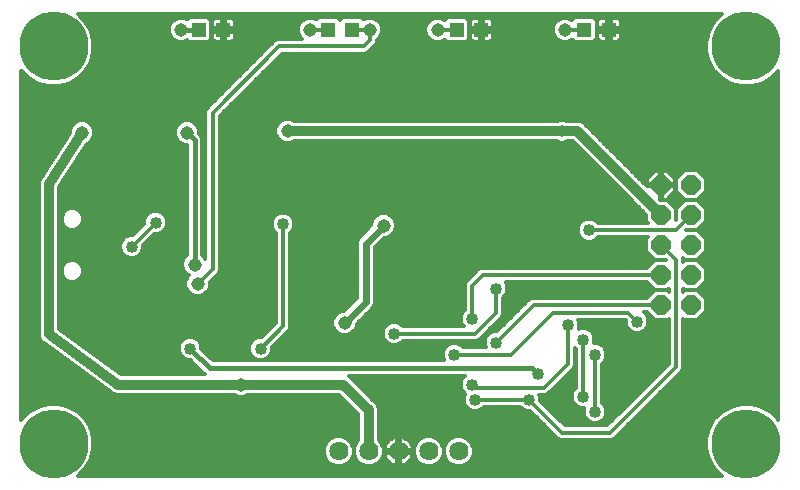
<source format=gbl>
G75*
G70*
%OFA0B0*%
%FSLAX24Y24*%
%IPPOS*%
%LPD*%
%AMOC8*
5,1,8,0,0,1.08239X$1,22.5*
%
%ADD10R,0.0472X0.0472*%
%ADD11C,0.0640*%
%ADD12OC8,0.0640*%
%ADD13C,0.2300*%
%ADD14C,0.0120*%
%ADD15C,0.0450*%
%ADD16C,0.0400*%
%ADD17C,0.0320*%
%ADD18C,0.0240*%
%ADD19C,0.0160*%
D10*
X007619Y020644D03*
X008445Y020644D03*
X011919Y020644D03*
X012745Y020644D03*
X016219Y020644D03*
X017045Y020644D03*
X020469Y020644D03*
X021295Y020644D03*
D11*
X016282Y006594D03*
X015282Y006594D03*
X014282Y006594D03*
X013282Y006594D03*
X012282Y006594D03*
D12*
X023032Y011468D03*
X024032Y011468D03*
X024032Y012468D03*
X023032Y012468D03*
X023032Y013468D03*
X024032Y013468D03*
X024032Y014468D03*
X023032Y014468D03*
X023032Y015468D03*
X024032Y015468D03*
D13*
X025873Y020092D03*
X025873Y006844D03*
X002782Y006844D03*
X002782Y020092D03*
D14*
X003589Y005774D02*
X025066Y005774D01*
X025056Y005779D01*
X024808Y006027D01*
X024633Y006330D01*
X024543Y006669D01*
X024543Y007019D01*
X024633Y007357D01*
X024808Y007660D01*
X025056Y007908D01*
X025359Y008083D01*
X025697Y008174D01*
X026048Y008174D01*
X026386Y008083D01*
X026689Y007908D01*
X026937Y007660D01*
X026943Y007650D01*
X026943Y019285D01*
X026937Y019275D01*
X026689Y019027D01*
X026386Y018852D01*
X026048Y018762D01*
X025697Y018762D01*
X025359Y018852D01*
X025056Y019027D01*
X024808Y019275D01*
X024633Y019578D01*
X024543Y019917D01*
X024543Y020267D01*
X024633Y020605D01*
X024808Y020908D01*
X025056Y021156D01*
X025066Y021162D01*
X003589Y021162D01*
X003599Y021156D01*
X003846Y020908D01*
X004021Y020605D01*
X004112Y020267D01*
X004112Y019917D01*
X004021Y019578D01*
X003846Y019275D01*
X003599Y019027D01*
X003295Y018852D01*
X002957Y018762D01*
X002607Y018762D01*
X002269Y018852D01*
X001965Y019027D01*
X001718Y019275D01*
X001712Y019285D01*
X001712Y007650D01*
X001718Y007660D01*
X001965Y007908D01*
X002269Y008083D01*
X001712Y008083D01*
X001712Y007965D02*
X002063Y007965D01*
X001903Y007846D02*
X001712Y007846D01*
X001712Y007727D02*
X001785Y007727D01*
X001712Y008202D02*
X012567Y008202D01*
X012449Y008320D02*
X001712Y008320D01*
X001712Y008439D02*
X008889Y008439D01*
X008951Y008413D02*
X009113Y008413D01*
X009261Y008474D01*
X009265Y008478D01*
X012291Y008478D01*
X012942Y007827D01*
X012942Y006961D01*
X012858Y006877D01*
X012782Y006693D01*
X012782Y006494D01*
X012858Y006310D01*
X012999Y006170D01*
X013182Y006094D01*
X013381Y006094D01*
X013565Y006170D01*
X013706Y006310D01*
X013782Y006494D01*
X013782Y006693D01*
X013706Y006877D01*
X013622Y006961D01*
X013622Y007900D01*
X013622Y008035D01*
X013570Y008160D01*
X012625Y009106D01*
X012620Y009108D01*
X016485Y009108D01*
X016410Y009033D01*
X016352Y008893D01*
X016352Y008742D01*
X016410Y008602D01*
X016501Y008511D01*
X016452Y008393D01*
X016452Y008242D01*
X016510Y008102D01*
X016617Y007996D01*
X016756Y007938D01*
X016908Y007938D01*
X017047Y007996D01*
X017129Y008078D01*
X018335Y008078D01*
X018417Y007996D01*
X018556Y007938D01*
X018673Y007938D01*
X019596Y007014D01*
X019684Y006978D01*
X019780Y006978D01*
X021284Y006978D01*
X021380Y006978D01*
X021468Y007014D01*
X023735Y009282D01*
X023772Y009370D01*
X023772Y009465D01*
X023772Y011021D01*
X023825Y010968D01*
X024239Y010968D01*
X024532Y011261D01*
X024532Y011675D01*
X024239Y011968D01*
X024532Y012261D01*
X024532Y012675D01*
X024239Y012968D01*
X024532Y013261D01*
X024532Y013675D01*
X024239Y013968D01*
X024532Y014261D01*
X024532Y014675D01*
X024239Y014968D01*
X024532Y015261D01*
X024532Y015675D01*
X024239Y015968D01*
X023825Y015968D01*
X023532Y015675D01*
X023532Y015261D01*
X023825Y014968D01*
X023532Y014675D01*
X023239Y014968D01*
X023013Y014968D01*
X022992Y014989D01*
X022992Y015427D01*
X023072Y015427D01*
X023072Y014988D01*
X023231Y014988D01*
X023512Y015269D01*
X023512Y015428D01*
X023072Y015428D01*
X023072Y015508D01*
X022992Y015508D01*
X022992Y015948D01*
X022833Y015948D01*
X022552Y015666D01*
X022552Y015508D01*
X022992Y015508D01*
X022992Y015428D01*
X022553Y015428D01*
X020520Y017460D01*
X020425Y017556D01*
X020300Y017608D01*
X019904Y017608D01*
X019808Y017648D01*
X019656Y017648D01*
X019560Y017608D01*
X010815Y017608D01*
X010811Y017611D01*
X010663Y017673D01*
X010501Y017673D01*
X010353Y017611D01*
X010239Y017497D01*
X010177Y017348D01*
X010177Y017187D01*
X010239Y017038D01*
X010353Y016924D01*
X010501Y016863D01*
X010663Y016863D01*
X010811Y016924D01*
X010815Y016928D01*
X019560Y016928D01*
X019656Y016888D01*
X019808Y016888D01*
X019904Y016928D01*
X020091Y016928D01*
X022532Y014487D01*
X022532Y014261D01*
X022585Y014208D01*
X020929Y014208D01*
X020847Y014290D01*
X020708Y014348D01*
X020556Y014348D01*
X020417Y014290D01*
X020310Y014183D01*
X020252Y014043D01*
X020252Y013892D01*
X020310Y013752D01*
X020417Y013646D01*
X020556Y013588D01*
X020708Y013588D01*
X020847Y013646D01*
X020929Y013728D01*
X022585Y013728D01*
X022532Y013675D01*
X022532Y013261D01*
X022825Y012968D01*
X022565Y012708D01*
X017130Y012708D01*
X017034Y012708D01*
X016946Y012671D01*
X016596Y012321D01*
X016529Y012254D01*
X016492Y012165D01*
X016492Y011315D01*
X016410Y011233D01*
X016352Y011093D01*
X016352Y010942D01*
X016410Y010802D01*
X016455Y010758D01*
X014429Y010758D01*
X014347Y010840D01*
X014208Y010898D01*
X014056Y010898D01*
X013917Y010840D01*
X013810Y010733D01*
X013752Y010593D01*
X013752Y010442D01*
X013810Y010302D01*
X013917Y010196D01*
X014056Y010138D01*
X014208Y010138D01*
X014347Y010196D01*
X014429Y010278D01*
X016784Y010278D01*
X016880Y010278D01*
X016968Y010314D01*
X017735Y011082D01*
X017772Y011170D01*
X017772Y011265D01*
X017772Y011720D01*
X017854Y011802D01*
X017912Y011942D01*
X017912Y012093D01*
X017856Y012228D01*
X022565Y012228D01*
X022825Y011968D01*
X022565Y011708D01*
X018830Y011708D01*
X018734Y011708D01*
X018646Y011671D01*
X017573Y010598D01*
X017456Y010598D01*
X017317Y010540D01*
X017210Y010433D01*
X017152Y010293D01*
X017152Y010142D01*
X017187Y010058D01*
X016429Y010058D01*
X016347Y010140D01*
X016208Y010198D01*
X016056Y010198D01*
X015917Y010140D01*
X015810Y010033D01*
X015752Y009893D01*
X015752Y009742D01*
X015799Y009628D01*
X008090Y009628D01*
X007712Y010005D01*
X007712Y010093D01*
X007654Y010233D01*
X007547Y010340D01*
X007408Y010398D01*
X007256Y010398D01*
X007117Y010340D01*
X007010Y010233D01*
X006952Y010093D01*
X006952Y009942D01*
X007010Y009802D01*
X007117Y009696D01*
X007256Y009638D01*
X007344Y009638D01*
X007762Y009220D01*
X007824Y009158D01*
X005043Y009158D01*
X002972Y010667D01*
X002972Y015394D01*
X003900Y016849D01*
X003961Y016874D01*
X004075Y016988D01*
X004137Y017137D01*
X004137Y017298D01*
X004075Y017447D01*
X003961Y017561D01*
X003813Y017623D01*
X003651Y017623D01*
X003503Y017561D01*
X003389Y017447D01*
X003327Y017298D01*
X003327Y017215D01*
X002365Y015708D01*
X002344Y015686D01*
X002329Y015651D01*
X002309Y015620D01*
X002304Y015590D01*
X002292Y015561D01*
X002292Y015524D01*
X002285Y015486D01*
X002292Y015457D01*
X002292Y010534D01*
X002286Y010508D01*
X002292Y010467D01*
X002292Y010426D01*
X002302Y010401D01*
X002307Y010374D01*
X002328Y010339D01*
X002344Y010301D01*
X002363Y010282D01*
X002377Y010259D01*
X002410Y010235D01*
X002439Y010205D01*
X002464Y010195D01*
X004710Y008559D01*
X004739Y008529D01*
X004764Y008519D01*
X004786Y008503D01*
X004826Y008493D01*
X004864Y008478D01*
X004891Y008478D01*
X004918Y008471D01*
X004958Y008478D01*
X008799Y008478D01*
X008803Y008474D01*
X008951Y008413D01*
X009175Y008439D02*
X012330Y008439D01*
X012686Y008083D02*
X003295Y008083D01*
X002957Y008174D01*
X002607Y008174D01*
X002269Y008083D01*
X001712Y008557D02*
X004712Y008557D01*
X004549Y008676D02*
X001712Y008676D01*
X001712Y008794D02*
X004387Y008794D01*
X004224Y008913D02*
X001712Y008913D01*
X001712Y009031D02*
X004061Y009031D01*
X003899Y009150D02*
X001712Y009150D01*
X001712Y009269D02*
X003736Y009269D01*
X003573Y009387D02*
X001712Y009387D01*
X001712Y009506D02*
X003411Y009506D01*
X003248Y009624D02*
X001712Y009624D01*
X001712Y009743D02*
X003085Y009743D01*
X002923Y009861D02*
X001712Y009861D01*
X001712Y009980D02*
X002760Y009980D01*
X002597Y010098D02*
X001712Y010098D01*
X001712Y010217D02*
X002428Y010217D01*
X002330Y010335D02*
X001712Y010335D01*
X001712Y010454D02*
X002292Y010454D01*
X002292Y010573D02*
X001712Y010573D01*
X001712Y010691D02*
X002292Y010691D01*
X002292Y010810D02*
X001712Y010810D01*
X001712Y010928D02*
X002292Y010928D01*
X002292Y011047D02*
X001712Y011047D01*
X001712Y011165D02*
X002292Y011165D01*
X002292Y011284D02*
X001712Y011284D01*
X001712Y011402D02*
X002292Y011402D01*
X002292Y011521D02*
X001712Y011521D01*
X001712Y011639D02*
X002292Y011639D01*
X002292Y011758D02*
X001712Y011758D01*
X001712Y011876D02*
X002292Y011876D01*
X002292Y011995D02*
X001712Y011995D01*
X001712Y012114D02*
X002292Y012114D01*
X002292Y012232D02*
X001712Y012232D01*
X001712Y012351D02*
X002292Y012351D01*
X002292Y012469D02*
X001712Y012469D01*
X001712Y012588D02*
X002292Y012588D01*
X002292Y012706D02*
X001712Y012706D01*
X001712Y012825D02*
X002292Y012825D01*
X002292Y012943D02*
X001712Y012943D01*
X001712Y013062D02*
X002292Y013062D01*
X002292Y013180D02*
X001712Y013180D01*
X001712Y013299D02*
X002292Y013299D01*
X002292Y013418D02*
X001712Y013418D01*
X001712Y013536D02*
X002292Y013536D01*
X002292Y013655D02*
X001712Y013655D01*
X001712Y013773D02*
X002292Y013773D01*
X002292Y013892D02*
X001712Y013892D01*
X001712Y014010D02*
X002292Y014010D01*
X002292Y014129D02*
X001712Y014129D01*
X001712Y014247D02*
X002292Y014247D01*
X002292Y014366D02*
X001712Y014366D01*
X001712Y014484D02*
X002292Y014484D01*
X002292Y014603D02*
X001712Y014603D01*
X001712Y014722D02*
X002292Y014722D01*
X002292Y014840D02*
X001712Y014840D01*
X001712Y014959D02*
X002292Y014959D01*
X002292Y015077D02*
X001712Y015077D01*
X001712Y015196D02*
X002292Y015196D01*
X002292Y015314D02*
X001712Y015314D01*
X001712Y015433D02*
X002292Y015433D01*
X002292Y015551D02*
X001712Y015551D01*
X001712Y015670D02*
X002337Y015670D01*
X002417Y015788D02*
X001712Y015788D01*
X001712Y015907D02*
X002492Y015907D01*
X002568Y016026D02*
X001712Y016026D01*
X001712Y016144D02*
X002644Y016144D01*
X002719Y016263D02*
X001712Y016263D01*
X001712Y016381D02*
X002795Y016381D01*
X002871Y016500D02*
X001712Y016500D01*
X001712Y016618D02*
X002946Y016618D01*
X003022Y016737D02*
X001712Y016737D01*
X001712Y016855D02*
X003097Y016855D01*
X003173Y016974D02*
X001712Y016974D01*
X001712Y017092D02*
X003249Y017092D01*
X003324Y017211D02*
X001712Y017211D01*
X001712Y017329D02*
X003340Y017329D01*
X003390Y017448D02*
X001712Y017448D01*
X001712Y017567D02*
X003516Y017567D01*
X003948Y017567D02*
X007016Y017567D01*
X007003Y017561D02*
X006889Y017447D01*
X006827Y017298D01*
X006827Y017137D01*
X006889Y016988D01*
X007003Y016874D01*
X007151Y016813D01*
X007222Y016813D01*
X007222Y013130D01*
X007139Y013047D01*
X007077Y012898D01*
X007077Y012737D01*
X007139Y012588D01*
X003764Y012588D01*
X003764Y012531D02*
X003710Y012399D01*
X003609Y012299D01*
X003478Y012244D01*
X003336Y012244D01*
X003205Y012299D01*
X003104Y012399D01*
X003050Y012531D01*
X003050Y012673D01*
X003104Y012804D01*
X003205Y012904D01*
X003336Y012959D01*
X003478Y012959D01*
X003609Y012904D01*
X003710Y012804D01*
X003764Y012673D01*
X003764Y012531D01*
X003739Y012469D02*
X007265Y012469D01*
X007253Y012474D02*
X007297Y012456D01*
X007239Y012397D01*
X007177Y012248D01*
X007177Y012087D01*
X007239Y011938D01*
X007353Y011824D01*
X007501Y011763D01*
X007663Y011763D01*
X007811Y011824D01*
X007925Y011938D01*
X007987Y012087D01*
X007987Y012233D01*
X008218Y012464D01*
X008285Y012532D01*
X008322Y012620D01*
X008322Y017768D01*
X010407Y019854D01*
X013180Y019854D01*
X013268Y019890D01*
X013335Y019958D01*
X013535Y020158D01*
X013572Y020246D01*
X013572Y020311D01*
X013675Y020414D01*
X013737Y020563D01*
X013737Y020724D01*
X013675Y020873D01*
X013561Y020987D01*
X013413Y021049D01*
X013251Y021049D01*
X013121Y020995D01*
X013056Y021060D01*
X012435Y021060D01*
X012332Y020957D01*
X012229Y021060D01*
X011608Y021060D01*
X011543Y020995D01*
X011413Y021049D01*
X011251Y021049D01*
X011103Y020987D01*
X010989Y020873D01*
X010927Y020724D01*
X010927Y020563D01*
X010989Y020414D01*
X011069Y020334D01*
X010356Y020334D01*
X010260Y020334D01*
X010172Y020297D01*
X007879Y018004D01*
X007842Y017915D01*
X007842Y017820D01*
X007842Y013007D01*
X007825Y013047D01*
X007742Y013130D01*
X007742Y016916D01*
X007742Y017019D01*
X007702Y017115D01*
X007637Y017180D01*
X007637Y017298D01*
X007575Y017447D01*
X007461Y017561D01*
X007313Y017623D01*
X007151Y017623D01*
X007003Y017561D01*
X006890Y017448D02*
X004074Y017448D01*
X004124Y017329D02*
X006840Y017329D01*
X006827Y017211D02*
X004137Y017211D01*
X004118Y017092D02*
X006845Y017092D01*
X006903Y016974D02*
X004061Y016974D01*
X003915Y016855D02*
X007049Y016855D01*
X007222Y016737D02*
X003828Y016737D01*
X003753Y016618D02*
X007222Y016618D01*
X007222Y016500D02*
X003677Y016500D01*
X003601Y016381D02*
X007222Y016381D01*
X007222Y016263D02*
X003526Y016263D01*
X003450Y016144D02*
X007222Y016144D01*
X007222Y016026D02*
X003375Y016026D01*
X003299Y015907D02*
X007222Y015907D01*
X007222Y015788D02*
X003223Y015788D01*
X003148Y015670D02*
X007222Y015670D01*
X007222Y015551D02*
X003072Y015551D01*
X002996Y015433D02*
X007222Y015433D01*
X007222Y015314D02*
X002972Y015314D01*
X002972Y015196D02*
X007222Y015196D01*
X007222Y015077D02*
X002972Y015077D01*
X002972Y014959D02*
X007222Y014959D01*
X007222Y014840D02*
X002972Y014840D01*
X002972Y014722D02*
X007222Y014722D01*
X007222Y014603D02*
X003643Y014603D01*
X003609Y014637D02*
X003478Y014691D01*
X003336Y014691D01*
X003205Y014637D01*
X003104Y014536D01*
X003050Y014405D01*
X003050Y014263D01*
X003104Y014132D01*
X003205Y014031D01*
X003336Y013977D01*
X003478Y013977D01*
X003609Y014031D01*
X003710Y014132D01*
X003764Y014263D01*
X003764Y014405D01*
X003710Y014536D01*
X003609Y014637D01*
X003731Y014484D02*
X005911Y014484D01*
X005860Y014433D02*
X005802Y014293D01*
X005802Y014177D01*
X005423Y013798D01*
X005306Y013798D01*
X005167Y013740D01*
X005060Y013633D01*
X005002Y013493D01*
X005002Y013342D01*
X005060Y013202D01*
X005167Y013096D01*
X005306Y013038D01*
X005458Y013038D01*
X005597Y013096D01*
X005704Y013202D01*
X005762Y013342D01*
X005762Y013458D01*
X006141Y013838D01*
X006258Y013838D01*
X006397Y013896D01*
X006504Y014002D01*
X006562Y014142D01*
X006562Y014293D01*
X006504Y014433D01*
X006397Y014540D01*
X006258Y014598D01*
X006106Y014598D01*
X005967Y014540D01*
X005860Y014433D01*
X005832Y014366D02*
X003764Y014366D01*
X003758Y014247D02*
X005802Y014247D01*
X005754Y014129D02*
X003707Y014129D01*
X003559Y014010D02*
X005635Y014010D01*
X005517Y013892D02*
X002972Y013892D01*
X002972Y014010D02*
X003255Y014010D01*
X003107Y014129D02*
X002972Y014129D01*
X002972Y014247D02*
X003056Y014247D01*
X003050Y014366D02*
X002972Y014366D01*
X002972Y014484D02*
X003083Y014484D01*
X003171Y014603D02*
X002972Y014603D01*
X002972Y013773D02*
X005247Y013773D01*
X005081Y013655D02*
X002972Y013655D01*
X002972Y013536D02*
X005020Y013536D01*
X005002Y013418D02*
X002972Y013418D01*
X002972Y013299D02*
X005020Y013299D01*
X005082Y013180D02*
X002972Y013180D01*
X002972Y013062D02*
X005248Y013062D01*
X005516Y013062D02*
X007153Y013062D01*
X007096Y012943D02*
X003515Y012943D01*
X003689Y012825D02*
X007077Y012825D01*
X007090Y012706D02*
X003750Y012706D01*
X003299Y012943D02*
X002972Y012943D01*
X002972Y012825D02*
X003125Y012825D01*
X003064Y012706D02*
X002972Y012706D01*
X002972Y012588D02*
X003050Y012588D01*
X003075Y012469D02*
X002972Y012469D01*
X002972Y012351D02*
X003153Y012351D01*
X002972Y012232D02*
X007177Y012232D01*
X007177Y012114D02*
X002972Y012114D01*
X002972Y011995D02*
X007215Y011995D01*
X007300Y011876D02*
X002972Y011876D01*
X002972Y011758D02*
X010192Y011758D01*
X010192Y011876D02*
X007864Y011876D01*
X007949Y011995D02*
X010192Y011995D01*
X010192Y012114D02*
X007987Y012114D01*
X007987Y012232D02*
X010192Y012232D01*
X010192Y012351D02*
X008104Y012351D01*
X008223Y012469D02*
X010192Y012469D01*
X010192Y012588D02*
X008309Y012588D01*
X008322Y012706D02*
X010192Y012706D01*
X010192Y012825D02*
X008322Y012825D01*
X008322Y012943D02*
X010192Y012943D01*
X010192Y013062D02*
X008322Y013062D01*
X008322Y013180D02*
X010192Y013180D01*
X010192Y013299D02*
X008322Y013299D01*
X008322Y013418D02*
X010192Y013418D01*
X010192Y013536D02*
X008322Y013536D01*
X008322Y013655D02*
X010192Y013655D01*
X010192Y013773D02*
X008322Y013773D01*
X008322Y013892D02*
X010171Y013892D01*
X010192Y013870D02*
X010110Y013952D01*
X010052Y014092D01*
X010052Y014243D01*
X010110Y014383D01*
X010217Y014490D01*
X010356Y014548D01*
X010508Y014548D01*
X010647Y014490D01*
X010754Y014383D01*
X010812Y014243D01*
X010812Y014092D01*
X010754Y013952D01*
X010672Y013870D01*
X010672Y010815D01*
X010672Y010720D01*
X010635Y010632D01*
X010062Y010058D01*
X010062Y009942D01*
X010004Y009802D01*
X009897Y009696D01*
X009758Y009638D01*
X009606Y009638D01*
X009467Y009696D01*
X009360Y009802D01*
X009302Y009942D01*
X009302Y010093D01*
X009360Y010233D01*
X009467Y010340D01*
X009606Y010398D01*
X009723Y010398D01*
X010192Y010867D01*
X010192Y013870D01*
X010086Y014010D02*
X008322Y014010D01*
X008322Y014129D02*
X010052Y014129D01*
X010054Y014247D02*
X008322Y014247D01*
X008322Y014366D02*
X010103Y014366D01*
X010211Y014484D02*
X008322Y014484D01*
X008322Y014603D02*
X022416Y014603D01*
X022532Y014484D02*
X013955Y014484D01*
X014011Y014461D02*
X013863Y014523D01*
X013701Y014523D01*
X013553Y014461D01*
X013439Y014347D01*
X013377Y014198D01*
X013377Y014137D01*
X012928Y013688D01*
X012882Y013577D01*
X012882Y013458D01*
X012882Y011692D01*
X012463Y011273D01*
X012401Y011273D01*
X012253Y011211D01*
X012139Y011097D01*
X012077Y010948D01*
X012077Y010787D01*
X012139Y010638D01*
X012253Y010524D01*
X012401Y010463D01*
X012563Y010463D01*
X012711Y010524D01*
X012825Y010638D01*
X012887Y010787D01*
X012887Y010848D01*
X013352Y011313D01*
X013436Y011398D01*
X013482Y011508D01*
X013482Y013393D01*
X013801Y013713D01*
X013863Y013713D01*
X014011Y013774D01*
X014125Y013888D01*
X014187Y014037D01*
X014187Y014198D01*
X014125Y014347D01*
X014011Y014461D01*
X014106Y014366D02*
X022532Y014366D01*
X022545Y014247D02*
X020890Y014247D01*
X020632Y013968D02*
X023532Y013968D01*
X024032Y014468D01*
X023532Y014484D02*
X023532Y014484D01*
X023532Y014366D02*
X023532Y014366D01*
X023532Y014307D02*
X023532Y014307D01*
X023532Y014675D01*
X023532Y014307D01*
X023871Y013968D02*
X023871Y013968D01*
X024239Y013968D01*
X023871Y013968D01*
X024282Y014010D02*
X026943Y014010D01*
X026943Y013892D02*
X024315Y013892D01*
X024434Y013773D02*
X026943Y013773D01*
X026943Y013655D02*
X024532Y013655D01*
X024532Y013536D02*
X026943Y013536D01*
X026943Y013418D02*
X024532Y013418D01*
X024532Y013299D02*
X026943Y013299D01*
X026943Y013180D02*
X024452Y013180D01*
X024333Y013062D02*
X026943Y013062D01*
X026943Y012943D02*
X024263Y012943D01*
X024239Y012968D02*
X023825Y012968D01*
X024239Y012968D01*
X024382Y012825D02*
X026943Y012825D01*
X026943Y012706D02*
X024500Y012706D01*
X024532Y012588D02*
X026943Y012588D01*
X026943Y012469D02*
X024532Y012469D01*
X024532Y012351D02*
X026943Y012351D01*
X026943Y012232D02*
X024503Y012232D01*
X024385Y012114D02*
X026943Y012114D01*
X026943Y011995D02*
X024266Y011995D01*
X024239Y011968D02*
X023825Y011968D01*
X023772Y012021D01*
X023772Y011915D01*
X023825Y011968D01*
X024239Y011968D01*
X024330Y011876D02*
X026943Y011876D01*
X026943Y011758D02*
X024449Y011758D01*
X024532Y011639D02*
X026943Y011639D01*
X026943Y011521D02*
X024532Y011521D01*
X024532Y011402D02*
X026943Y011402D01*
X026943Y011284D02*
X024532Y011284D01*
X024437Y011165D02*
X026943Y011165D01*
X026943Y011047D02*
X024318Y011047D01*
X023772Y010928D02*
X026943Y010928D01*
X026943Y010810D02*
X023772Y010810D01*
X023772Y010691D02*
X026943Y010691D01*
X026943Y010573D02*
X023772Y010573D01*
X023772Y010454D02*
X026943Y010454D01*
X026943Y010335D02*
X023772Y010335D01*
X023772Y010217D02*
X026943Y010217D01*
X026943Y010098D02*
X023772Y010098D01*
X023772Y009980D02*
X026943Y009980D01*
X026943Y009861D02*
X023772Y009861D01*
X023772Y009743D02*
X026943Y009743D01*
X026943Y009624D02*
X023772Y009624D01*
X023772Y009506D02*
X026943Y009506D01*
X026943Y009387D02*
X023772Y009387D01*
X023722Y009269D02*
X026943Y009269D01*
X026943Y009150D02*
X023604Y009150D01*
X023485Y009031D02*
X026943Y009031D01*
X026943Y008913D02*
X023367Y008913D01*
X023248Y008794D02*
X026943Y008794D01*
X026943Y008676D02*
X023129Y008676D01*
X023011Y008557D02*
X026943Y008557D01*
X026943Y008439D02*
X022892Y008439D01*
X022774Y008320D02*
X026943Y008320D01*
X026943Y008202D02*
X022655Y008202D01*
X022537Y008083D02*
X025359Y008083D01*
X025154Y007965D02*
X022418Y007965D01*
X022300Y007846D02*
X024994Y007846D01*
X024875Y007727D02*
X022181Y007727D01*
X022063Y007609D02*
X024779Y007609D01*
X024710Y007490D02*
X021944Y007490D01*
X021826Y007372D02*
X024642Y007372D01*
X024605Y007253D02*
X021707Y007253D01*
X021588Y007135D02*
X024574Y007135D01*
X024543Y007016D02*
X021470Y007016D01*
X021332Y007218D02*
X023532Y009418D01*
X023532Y012968D01*
X023032Y013468D01*
X022532Y013418D02*
X013506Y013418D01*
X013482Y013299D02*
X022532Y013299D01*
X022612Y013180D02*
X013482Y013180D01*
X013482Y013062D02*
X022731Y013062D01*
X022825Y012968D02*
X023193Y012968D01*
X023193Y012968D01*
X022825Y012968D01*
X022801Y012943D02*
X013482Y012943D01*
X013482Y012825D02*
X022682Y012825D01*
X023032Y012468D02*
X017082Y012468D01*
X016732Y012118D01*
X016732Y011018D01*
X016382Y011165D02*
X013204Y011165D01*
X013322Y011284D02*
X016461Y011284D01*
X016492Y011402D02*
X013438Y011402D01*
X013482Y011521D02*
X016492Y011521D01*
X016492Y011639D02*
X013482Y011639D01*
X013482Y011758D02*
X016492Y011758D01*
X016492Y011876D02*
X013482Y011876D01*
X013482Y011995D02*
X016492Y011995D01*
X016492Y012114D02*
X013482Y012114D01*
X013482Y012232D02*
X016520Y012232D01*
X016596Y012321D02*
X016596Y012321D01*
X016626Y012351D02*
X013482Y012351D01*
X013482Y012469D02*
X016744Y012469D01*
X016863Y012588D02*
X013482Y012588D01*
X013482Y012706D02*
X017031Y012706D01*
X017532Y012018D02*
X017532Y011218D01*
X016832Y010518D01*
X014132Y010518D01*
X013792Y010691D02*
X012847Y010691D01*
X012887Y010810D02*
X013886Y010810D01*
X013752Y010573D02*
X012760Y010573D01*
X012967Y010928D02*
X016358Y010928D01*
X016352Y011047D02*
X013085Y011047D01*
X012711Y011521D02*
X010672Y011521D01*
X010672Y011639D02*
X012829Y011639D01*
X012882Y011758D02*
X010672Y011758D01*
X010672Y011876D02*
X012882Y011876D01*
X012882Y011995D02*
X010672Y011995D01*
X010672Y012114D02*
X012882Y012114D01*
X012882Y012232D02*
X010672Y012232D01*
X010672Y012351D02*
X012882Y012351D01*
X012882Y012469D02*
X010672Y012469D01*
X010672Y012588D02*
X012882Y012588D01*
X012882Y012706D02*
X010672Y012706D01*
X010672Y012825D02*
X012882Y012825D01*
X012882Y012943D02*
X010672Y012943D01*
X010672Y013062D02*
X012882Y013062D01*
X012882Y013180D02*
X010672Y013180D01*
X010672Y013299D02*
X012882Y013299D01*
X012882Y013418D02*
X010672Y013418D01*
X010672Y013536D02*
X012882Y013536D01*
X012914Y013655D02*
X010672Y013655D01*
X010672Y013773D02*
X013013Y013773D01*
X013132Y013892D02*
X010693Y013892D01*
X010778Y014010D02*
X013250Y014010D01*
X013369Y014129D02*
X010812Y014129D01*
X010810Y014247D02*
X013397Y014247D01*
X013457Y014366D02*
X010761Y014366D01*
X010653Y014484D02*
X013609Y014484D01*
X014167Y014247D02*
X020374Y014247D01*
X020287Y014129D02*
X014187Y014129D01*
X014176Y014010D02*
X020252Y014010D01*
X020252Y013892D02*
X014127Y013892D01*
X014009Y013773D02*
X020301Y013773D01*
X020408Y013655D02*
X013743Y013655D01*
X013625Y013536D02*
X022532Y013536D01*
X022532Y013655D02*
X020856Y013655D01*
X022297Y014722D02*
X008322Y014722D01*
X008322Y014840D02*
X022179Y014840D01*
X022060Y014959D02*
X008322Y014959D01*
X008322Y015077D02*
X021942Y015077D01*
X021823Y015196D02*
X008322Y015196D01*
X008322Y015314D02*
X021705Y015314D01*
X021586Y015433D02*
X008322Y015433D01*
X008322Y015551D02*
X021468Y015551D01*
X021349Y015670D02*
X008322Y015670D01*
X008322Y015788D02*
X021230Y015788D01*
X021112Y015907D02*
X008322Y015907D01*
X008322Y016026D02*
X020993Y016026D01*
X020875Y016144D02*
X008322Y016144D01*
X008322Y016263D02*
X020756Y016263D01*
X020638Y016381D02*
X008322Y016381D01*
X008322Y016500D02*
X020519Y016500D01*
X020401Y016618D02*
X008322Y016618D01*
X008322Y016737D02*
X020282Y016737D01*
X020164Y016855D02*
X008322Y016855D01*
X008322Y016974D02*
X010303Y016974D01*
X010216Y017092D02*
X008322Y017092D01*
X008322Y017211D02*
X010177Y017211D01*
X010177Y017329D02*
X008322Y017329D01*
X008322Y017448D02*
X010218Y017448D01*
X010308Y017567D02*
X008322Y017567D01*
X008322Y017685D02*
X026943Y017685D01*
X026943Y017567D02*
X020399Y017567D01*
X020532Y017448D02*
X026943Y017448D01*
X026943Y017329D02*
X020651Y017329D01*
X020769Y017211D02*
X026943Y017211D01*
X026943Y017092D02*
X020888Y017092D01*
X021007Y016974D02*
X026943Y016974D01*
X026943Y016855D02*
X021125Y016855D01*
X021244Y016737D02*
X026943Y016737D01*
X026943Y016618D02*
X021362Y016618D01*
X021481Y016500D02*
X026943Y016500D01*
X026943Y016381D02*
X021599Y016381D01*
X021718Y016263D02*
X026943Y016263D01*
X026943Y016144D02*
X021836Y016144D01*
X021955Y016026D02*
X026943Y016026D01*
X026943Y015907D02*
X024300Y015907D01*
X024418Y015788D02*
X026943Y015788D01*
X026943Y015670D02*
X024532Y015670D01*
X024532Y015551D02*
X026943Y015551D01*
X026943Y015433D02*
X024532Y015433D01*
X024532Y015314D02*
X026943Y015314D01*
X026943Y015196D02*
X024467Y015196D01*
X024349Y015077D02*
X026943Y015077D01*
X026943Y014959D02*
X024248Y014959D01*
X024239Y014968D02*
X023825Y014968D01*
X024239Y014968D01*
X024367Y014840D02*
X026943Y014840D01*
X026943Y014722D02*
X024485Y014722D01*
X024532Y014603D02*
X026943Y014603D01*
X026943Y014484D02*
X024532Y014484D01*
X024532Y014366D02*
X026943Y014366D01*
X026943Y014247D02*
X024519Y014247D01*
X024400Y014129D02*
X026943Y014129D01*
X023816Y014959D02*
X023248Y014959D01*
X023320Y015077D02*
X023715Y015077D01*
X023597Y015196D02*
X023439Y015196D01*
X023512Y015314D02*
X023532Y015314D01*
X023532Y015433D02*
X023072Y015433D01*
X023072Y015508D02*
X023512Y015508D01*
X023512Y015666D01*
X023231Y015948D01*
X023072Y015948D01*
X023072Y015508D01*
X023072Y015551D02*
X022992Y015551D01*
X022992Y015433D02*
X022548Y015433D01*
X022552Y015551D02*
X022429Y015551D01*
X022311Y015670D02*
X022555Y015670D01*
X022674Y015788D02*
X022192Y015788D01*
X022073Y015907D02*
X022792Y015907D01*
X022992Y015907D02*
X023072Y015907D01*
X023072Y015788D02*
X022992Y015788D01*
X022992Y015670D02*
X023072Y015670D01*
X023271Y015907D02*
X023764Y015907D01*
X023646Y015788D02*
X023390Y015788D01*
X023509Y015670D02*
X023532Y015670D01*
X023532Y015551D02*
X023512Y015551D01*
X023072Y015314D02*
X022992Y015314D01*
X022992Y015196D02*
X023072Y015196D01*
X023072Y015077D02*
X022992Y015077D01*
X023367Y014840D02*
X023697Y014840D01*
X023579Y014722D02*
X023485Y014722D01*
X023532Y014603D02*
X023532Y014603D01*
X023768Y013024D02*
X023825Y012968D01*
X023772Y012915D01*
X023772Y013015D01*
X023768Y013024D01*
X023772Y012943D02*
X023801Y012943D01*
X023772Y011995D02*
X023798Y011995D01*
X023292Y011995D02*
X023266Y011995D01*
X023292Y012021D02*
X023292Y011915D01*
X023239Y011968D01*
X023292Y012021D01*
X023239Y011968D02*
X022825Y011968D01*
X023239Y011968D01*
X022798Y011995D02*
X017912Y011995D01*
X017904Y012114D02*
X022679Y012114D01*
X022734Y011876D02*
X017885Y011876D01*
X017810Y011758D02*
X022615Y011758D01*
X023032Y011468D02*
X018782Y011468D01*
X017532Y010218D01*
X017152Y010217D02*
X014369Y010217D01*
X013895Y010217D02*
X010221Y010217D01*
X010339Y010335D02*
X013796Y010335D01*
X013752Y010454D02*
X010458Y010454D01*
X010576Y010573D02*
X012204Y010573D01*
X012117Y010691D02*
X010660Y010691D01*
X010672Y010810D02*
X012077Y010810D01*
X012077Y010928D02*
X010672Y010928D01*
X010672Y011047D02*
X012118Y011047D01*
X012207Y011165D02*
X010672Y011165D01*
X010672Y011284D02*
X012474Y011284D01*
X012592Y011402D02*
X010672Y011402D01*
X010192Y011402D02*
X002972Y011402D01*
X002972Y011284D02*
X010192Y011284D01*
X010192Y011165D02*
X002972Y011165D01*
X002972Y011047D02*
X010192Y011047D01*
X010192Y010928D02*
X002972Y010928D01*
X002972Y010810D02*
X010134Y010810D01*
X010016Y010691D02*
X002972Y010691D01*
X003101Y010573D02*
X009897Y010573D01*
X009779Y010454D02*
X003264Y010454D01*
X003426Y010335D02*
X007112Y010335D01*
X007003Y010217D02*
X003589Y010217D01*
X003752Y010098D02*
X006954Y010098D01*
X006952Y009980D02*
X003914Y009980D01*
X004077Y009861D02*
X006985Y009861D01*
X007070Y009743D02*
X004240Y009743D01*
X004402Y009624D02*
X007358Y009624D01*
X007476Y009506D02*
X004565Y009506D01*
X004728Y009387D02*
X007595Y009387D01*
X007713Y009269D02*
X004891Y009269D01*
X003599Y007908D02*
X003295Y008083D01*
X003501Y007965D02*
X012804Y007965D01*
X012923Y007846D02*
X003661Y007846D01*
X003599Y007908D02*
X003846Y007660D01*
X004021Y007357D01*
X004112Y007019D01*
X004112Y006669D01*
X004021Y006330D01*
X003846Y006027D01*
X003599Y005779D01*
X003589Y005774D01*
X003650Y005831D02*
X025004Y005831D01*
X024886Y005949D02*
X003769Y005949D01*
X003870Y006068D02*
X024785Y006068D01*
X024716Y006186D02*
X016582Y006186D01*
X016565Y006170D02*
X016706Y006310D01*
X016782Y006494D01*
X016782Y006693D01*
X016706Y006877D01*
X016565Y007018D01*
X016381Y007094D01*
X016182Y007094D01*
X015999Y007018D01*
X015858Y006877D01*
X015782Y006693D01*
X015782Y006494D01*
X015858Y006310D01*
X015999Y006170D01*
X016182Y006094D01*
X016381Y006094D01*
X016565Y006170D01*
X016700Y006305D02*
X024648Y006305D01*
X024608Y006424D02*
X016753Y006424D01*
X016782Y006542D02*
X024576Y006542D01*
X024545Y006661D02*
X016782Y006661D01*
X016746Y006779D02*
X024543Y006779D01*
X024543Y006898D02*
X016685Y006898D01*
X016566Y007016D02*
X019594Y007016D01*
X019475Y007135D02*
X013622Y007135D01*
X013622Y007253D02*
X019357Y007253D01*
X019238Y007372D02*
X013622Y007372D01*
X013622Y007490D02*
X019120Y007490D01*
X019001Y007609D02*
X013622Y007609D01*
X013622Y007727D02*
X018883Y007727D01*
X018764Y007846D02*
X013622Y007846D01*
X013622Y007965D02*
X016691Y007965D01*
X016529Y008083D02*
X013602Y008083D01*
X013529Y008202D02*
X016469Y008202D01*
X016452Y008320D02*
X013410Y008320D01*
X013292Y008439D02*
X016471Y008439D01*
X016455Y008557D02*
X013173Y008557D01*
X013055Y008676D02*
X016379Y008676D01*
X016352Y008794D02*
X012936Y008794D01*
X012818Y008913D02*
X016360Y008913D01*
X016409Y009031D02*
X012699Y009031D01*
X012942Y007727D02*
X003779Y007727D01*
X003876Y007609D02*
X012942Y007609D01*
X012942Y007490D02*
X003944Y007490D01*
X004013Y007372D02*
X012942Y007372D01*
X012942Y007253D02*
X004049Y007253D01*
X004081Y007135D02*
X012942Y007135D01*
X012942Y007016D02*
X012566Y007016D01*
X012565Y007018D02*
X012381Y007094D01*
X012182Y007094D01*
X011999Y007018D01*
X011858Y006877D01*
X011782Y006693D01*
X011782Y006494D01*
X011858Y006310D01*
X011999Y006170D01*
X012182Y006094D01*
X012381Y006094D01*
X012565Y006170D01*
X012706Y006310D01*
X012782Y006494D01*
X012782Y006693D01*
X012706Y006877D01*
X012565Y007018D01*
X012685Y006898D02*
X012879Y006898D01*
X012818Y006779D02*
X012746Y006779D01*
X012782Y006661D02*
X012782Y006661D01*
X012782Y006542D02*
X012782Y006542D01*
X012753Y006424D02*
X012811Y006424D01*
X012864Y006305D02*
X012700Y006305D01*
X012582Y006186D02*
X012982Y006186D01*
X013582Y006186D02*
X014026Y006186D01*
X014030Y006183D02*
X014098Y006149D01*
X014170Y006126D01*
X014242Y006114D01*
X014242Y006553D01*
X014322Y006553D01*
X014322Y006114D01*
X014394Y006126D01*
X014466Y006149D01*
X014534Y006183D01*
X014595Y006228D01*
X014648Y006281D01*
X014692Y006342D01*
X014727Y006409D01*
X014750Y006481D01*
X014762Y006554D01*
X014322Y006554D01*
X014322Y006634D01*
X014242Y006634D01*
X014242Y007073D01*
X014170Y007062D01*
X014098Y007039D01*
X014030Y007004D01*
X013969Y006960D01*
X013916Y006906D01*
X013871Y006845D01*
X013837Y006778D01*
X013814Y006706D01*
X013802Y006634D01*
X014242Y006634D01*
X014242Y006554D01*
X013802Y006554D01*
X013814Y006481D01*
X013837Y006409D01*
X013871Y006342D01*
X013916Y006281D01*
X013969Y006228D01*
X014030Y006183D01*
X013898Y006305D02*
X013700Y006305D01*
X013753Y006424D02*
X013833Y006424D01*
X013804Y006542D02*
X013782Y006542D01*
X013782Y006661D02*
X013807Y006661D01*
X013838Y006779D02*
X013746Y006779D01*
X013685Y006898D02*
X013910Y006898D01*
X014054Y007016D02*
X013622Y007016D01*
X014242Y007016D02*
X014322Y007016D01*
X014322Y007073D02*
X014322Y006634D01*
X014762Y006634D01*
X014750Y006706D01*
X014727Y006778D01*
X014692Y006845D01*
X014648Y006906D01*
X014595Y006960D01*
X014534Y007004D01*
X014466Y007039D01*
X014394Y007062D01*
X014322Y007073D01*
X014322Y006898D02*
X014242Y006898D01*
X014242Y006779D02*
X014322Y006779D01*
X014322Y006661D02*
X014242Y006661D01*
X014242Y006542D02*
X014322Y006542D01*
X014322Y006424D02*
X014242Y006424D01*
X014242Y006305D02*
X014322Y006305D01*
X014322Y006186D02*
X014242Y006186D01*
X014538Y006186D02*
X014982Y006186D01*
X014999Y006170D02*
X015182Y006094D01*
X015381Y006094D01*
X015565Y006170D01*
X015706Y006310D01*
X015782Y006494D01*
X015782Y006693D01*
X015706Y006877D01*
X015565Y007018D01*
X015381Y007094D01*
X015182Y007094D01*
X014999Y007018D01*
X014858Y006877D01*
X014782Y006693D01*
X014782Y006494D01*
X014858Y006310D01*
X014999Y006170D01*
X014864Y006305D02*
X014665Y006305D01*
X014731Y006424D02*
X014811Y006424D01*
X014782Y006542D02*
X014760Y006542D01*
X014757Y006661D02*
X014782Y006661D01*
X014818Y006779D02*
X014726Y006779D01*
X014654Y006898D02*
X014879Y006898D01*
X014997Y007016D02*
X014510Y007016D01*
X015566Y007016D02*
X015997Y007016D01*
X015879Y006898D02*
X015685Y006898D01*
X015746Y006779D02*
X015818Y006779D01*
X015782Y006661D02*
X015782Y006661D01*
X015782Y006542D02*
X015782Y006542D01*
X015753Y006424D02*
X015811Y006424D01*
X015864Y006305D02*
X015700Y006305D01*
X015582Y006186D02*
X015982Y006186D01*
X016972Y007965D02*
X018491Y007965D01*
X019087Y008202D02*
X020111Y008202D01*
X020110Y008202D02*
X020217Y008096D01*
X020356Y008038D01*
X020470Y008038D01*
X020452Y007993D01*
X020452Y007842D01*
X020510Y007702D01*
X020617Y007596D01*
X020756Y007538D01*
X020908Y007538D01*
X021047Y007596D01*
X021154Y007702D01*
X021212Y007842D01*
X021212Y007993D01*
X021154Y008133D01*
X021072Y008215D01*
X021072Y009520D01*
X021154Y009602D01*
X021212Y009742D01*
X021212Y009893D01*
X021154Y010033D01*
X021047Y010140D01*
X020908Y010198D01*
X020794Y010198D01*
X020812Y010242D01*
X020812Y010393D01*
X020754Y010533D01*
X020647Y010640D01*
X020508Y010698D01*
X020356Y010698D01*
X020281Y010666D01*
X020312Y010742D01*
X020312Y010893D01*
X020277Y010978D01*
X021833Y010978D01*
X021852Y010958D01*
X021852Y010842D01*
X021910Y010702D01*
X022017Y010596D01*
X022156Y010538D01*
X022308Y010538D01*
X022447Y010596D01*
X022554Y010702D01*
X022612Y010842D01*
X022612Y010993D01*
X022554Y011133D01*
X022459Y011228D01*
X022565Y011228D01*
X022825Y010968D01*
X023239Y010968D01*
X023292Y011021D01*
X023292Y009517D01*
X021233Y007458D01*
X019831Y007458D01*
X019012Y008277D01*
X019012Y008393D01*
X018977Y008478D01*
X019180Y008478D01*
X019268Y008514D01*
X019335Y008582D01*
X020135Y009382D01*
X020172Y009470D01*
X020172Y009565D01*
X020172Y010040D01*
X020192Y010020D01*
X020192Y008715D01*
X020110Y008633D01*
X020052Y008493D01*
X020052Y008342D01*
X020110Y008202D01*
X020061Y008320D02*
X019012Y008320D01*
X018993Y008439D02*
X020052Y008439D01*
X020078Y008557D02*
X019311Y008557D01*
X019429Y008676D02*
X020153Y008676D01*
X020192Y008794D02*
X019548Y008794D01*
X019667Y008913D02*
X020192Y008913D01*
X020192Y009031D02*
X019785Y009031D01*
X019904Y009150D02*
X020192Y009150D01*
X020192Y009269D02*
X020022Y009269D01*
X020138Y009387D02*
X020192Y009387D01*
X020192Y009506D02*
X020172Y009506D01*
X020172Y009624D02*
X020192Y009624D01*
X020192Y009743D02*
X020172Y009743D01*
X020172Y009861D02*
X020192Y009861D01*
X020192Y009980D02*
X020172Y009980D01*
X020432Y010318D02*
X020432Y008418D01*
X020247Y008083D02*
X019206Y008083D01*
X019324Y007965D02*
X020452Y007965D01*
X020452Y007846D02*
X019443Y007846D01*
X019562Y007727D02*
X020499Y007727D01*
X020603Y007609D02*
X019680Y007609D01*
X019799Y007490D02*
X021265Y007490D01*
X021384Y007609D02*
X021061Y007609D01*
X021164Y007727D02*
X021502Y007727D01*
X021621Y007846D02*
X021212Y007846D01*
X021212Y007965D02*
X021739Y007965D01*
X021858Y008083D02*
X021175Y008083D01*
X021085Y008202D02*
X021976Y008202D01*
X022095Y008320D02*
X021072Y008320D01*
X021072Y008439D02*
X022214Y008439D01*
X022332Y008557D02*
X021072Y008557D01*
X021072Y008676D02*
X022451Y008676D01*
X022569Y008794D02*
X021072Y008794D01*
X021072Y008913D02*
X022688Y008913D01*
X022806Y009031D02*
X021072Y009031D01*
X021072Y009150D02*
X022925Y009150D01*
X023043Y009269D02*
X021072Y009269D01*
X021072Y009387D02*
X023162Y009387D01*
X023280Y009506D02*
X021072Y009506D01*
X021163Y009624D02*
X023292Y009624D01*
X023292Y009743D02*
X021212Y009743D01*
X021212Y009861D02*
X023292Y009861D01*
X023292Y009980D02*
X021176Y009980D01*
X021089Y010098D02*
X023292Y010098D01*
X023292Y010217D02*
X020801Y010217D01*
X020812Y010335D02*
X023292Y010335D01*
X023292Y010454D02*
X020787Y010454D01*
X020715Y010573D02*
X022072Y010573D01*
X021921Y010691D02*
X020524Y010691D01*
X020340Y010691D02*
X020291Y010691D01*
X020312Y010810D02*
X021865Y010810D01*
X021852Y010928D02*
X020298Y010928D01*
X019932Y010818D02*
X019932Y009518D01*
X019132Y008718D01*
X016832Y008718D01*
X016732Y008818D01*
X016832Y008318D02*
X018632Y008318D01*
X019732Y007218D01*
X021332Y007218D01*
X020832Y007918D02*
X020832Y009818D01*
X022392Y010573D02*
X023292Y010573D01*
X023292Y010691D02*
X022543Y010691D01*
X022598Y010810D02*
X023292Y010810D01*
X023292Y010928D02*
X022612Y010928D01*
X022590Y011047D02*
X022746Y011047D01*
X022627Y011165D02*
X022522Y011165D01*
X022232Y010918D02*
X021932Y011218D01*
X019432Y011218D01*
X018032Y009818D01*
X016132Y009818D01*
X015788Y009980D02*
X010062Y009980D01*
X010028Y009861D02*
X015752Y009861D01*
X015752Y009743D02*
X009944Y009743D01*
X009682Y010018D02*
X010432Y010768D01*
X010432Y014168D01*
X007842Y014129D02*
X007742Y014129D01*
X007742Y014247D02*
X007842Y014247D01*
X007842Y014366D02*
X007742Y014366D01*
X007742Y014484D02*
X007842Y014484D01*
X007842Y014603D02*
X007742Y014603D01*
X007742Y014722D02*
X007842Y014722D01*
X007842Y014840D02*
X007742Y014840D01*
X007742Y014959D02*
X007842Y014959D01*
X007842Y015077D02*
X007742Y015077D01*
X007742Y015196D02*
X007842Y015196D01*
X007842Y015314D02*
X007742Y015314D01*
X007742Y015433D02*
X007842Y015433D01*
X007842Y015551D02*
X007742Y015551D01*
X007742Y015670D02*
X007842Y015670D01*
X007842Y015788D02*
X007742Y015788D01*
X007742Y015907D02*
X007842Y015907D01*
X007842Y016026D02*
X007742Y016026D01*
X007742Y016144D02*
X007842Y016144D01*
X007842Y016263D02*
X007742Y016263D01*
X007742Y016381D02*
X007842Y016381D01*
X007842Y016500D02*
X007742Y016500D01*
X007742Y016618D02*
X007842Y016618D01*
X007842Y016737D02*
X007742Y016737D01*
X007742Y016855D02*
X007842Y016855D01*
X007842Y016974D02*
X007742Y016974D01*
X007712Y017092D02*
X007842Y017092D01*
X007842Y017211D02*
X007637Y017211D01*
X007624Y017329D02*
X007842Y017329D01*
X007842Y017448D02*
X007574Y017448D01*
X007448Y017567D02*
X007842Y017567D01*
X007842Y017685D02*
X001712Y017685D01*
X001712Y017804D02*
X007842Y017804D01*
X007845Y017922D02*
X001712Y017922D01*
X001712Y018041D02*
X007916Y018041D01*
X008034Y018159D02*
X001712Y018159D01*
X001712Y018278D02*
X008153Y018278D01*
X008271Y018396D02*
X001712Y018396D01*
X001712Y018515D02*
X008390Y018515D01*
X008508Y018633D02*
X001712Y018633D01*
X001712Y018752D02*
X008627Y018752D01*
X008745Y018871D02*
X003327Y018871D01*
X003532Y018989D02*
X008864Y018989D01*
X008982Y019108D02*
X003679Y019108D01*
X003797Y019226D02*
X009101Y019226D01*
X009220Y019345D02*
X003886Y019345D01*
X003955Y019463D02*
X009338Y019463D01*
X009457Y019582D02*
X004022Y019582D01*
X004054Y019700D02*
X009575Y019700D01*
X009694Y019819D02*
X004086Y019819D01*
X004112Y019937D02*
X009812Y019937D01*
X009931Y020056D02*
X004112Y020056D01*
X004112Y020175D02*
X010049Y020175D01*
X010168Y020293D02*
X008793Y020293D01*
X008780Y020279D02*
X008810Y020309D01*
X008831Y020346D01*
X008842Y020386D01*
X008842Y020586D01*
X008504Y020586D01*
X008504Y020702D01*
X008842Y020702D01*
X008842Y020901D01*
X008831Y020942D01*
X008810Y020978D01*
X008780Y021008D01*
X008743Y021029D01*
X008703Y021040D01*
X008503Y021040D01*
X008503Y020702D01*
X008387Y020702D01*
X008387Y021040D01*
X008188Y021040D01*
X008147Y021029D01*
X008111Y021008D01*
X008081Y020978D01*
X008060Y020942D01*
X008049Y020901D01*
X008049Y020702D01*
X008387Y020702D01*
X008387Y020586D01*
X008049Y020586D01*
X008049Y020386D01*
X008060Y020346D01*
X008081Y020309D01*
X008111Y020279D01*
X008147Y020258D01*
X008188Y020247D01*
X008387Y020247D01*
X008387Y020585D01*
X008503Y020585D01*
X008503Y020247D01*
X008703Y020247D01*
X008743Y020258D01*
X008780Y020279D01*
X008842Y020412D02*
X010991Y020412D01*
X010941Y020530D02*
X008842Y020530D01*
X008842Y020767D02*
X010945Y020767D01*
X010927Y020649D02*
X008504Y020649D01*
X008387Y020649D02*
X008035Y020649D01*
X008035Y020767D02*
X008049Y020767D01*
X008035Y020886D02*
X008049Y020886D01*
X008035Y020954D02*
X007929Y021060D01*
X007308Y021060D01*
X007243Y020995D01*
X007113Y021049D01*
X006951Y021049D01*
X006803Y020987D01*
X006689Y020873D01*
X006627Y020724D01*
X006627Y020563D01*
X006689Y020414D01*
X006803Y020300D01*
X006951Y020239D01*
X007113Y020239D01*
X007243Y020293D01*
X007308Y020227D01*
X007929Y020227D01*
X008035Y020333D01*
X008035Y020954D01*
X007985Y021004D02*
X008107Y021004D01*
X008387Y021004D02*
X008503Y021004D01*
X008503Y020886D02*
X008387Y020886D01*
X008387Y020767D02*
X008503Y020767D01*
X008503Y020530D02*
X008387Y020530D01*
X008387Y020412D02*
X008503Y020412D01*
X008503Y020293D02*
X008387Y020293D01*
X008097Y020293D02*
X007995Y020293D01*
X008035Y020412D02*
X008049Y020412D01*
X008035Y020530D02*
X008049Y020530D01*
X008842Y020886D02*
X011001Y020886D01*
X011144Y021004D02*
X008783Y021004D01*
X007252Y021004D02*
X007220Y021004D01*
X006844Y021004D02*
X003750Y021004D01*
X003859Y020886D02*
X006701Y020886D01*
X006645Y020767D02*
X003928Y020767D01*
X003996Y020649D02*
X006627Y020649D01*
X006641Y020530D02*
X004041Y020530D01*
X004073Y020412D02*
X006691Y020412D01*
X006820Y020293D02*
X004105Y020293D01*
X003632Y021123D02*
X025023Y021123D01*
X024904Y021004D02*
X021633Y021004D01*
X021630Y021008D02*
X021593Y021029D01*
X021553Y021040D01*
X021353Y021040D01*
X021353Y020702D01*
X021237Y020702D01*
X021237Y021040D01*
X021038Y021040D01*
X020997Y021029D01*
X020961Y021008D01*
X020931Y020978D01*
X020910Y020942D01*
X020899Y020901D01*
X020899Y020702D01*
X021237Y020702D01*
X021237Y020586D01*
X020899Y020586D01*
X020899Y020386D01*
X020910Y020346D01*
X020931Y020309D01*
X020961Y020279D01*
X020997Y020258D01*
X021038Y020247D01*
X021237Y020247D01*
X021237Y020585D01*
X021353Y020585D01*
X021353Y020247D01*
X021553Y020247D01*
X021593Y020258D01*
X021630Y020279D01*
X021660Y020309D01*
X021681Y020346D01*
X021692Y020386D01*
X021692Y020586D01*
X021354Y020586D01*
X021354Y020702D01*
X021692Y020702D01*
X021692Y020901D01*
X021681Y020942D01*
X021660Y020978D01*
X021630Y021008D01*
X021692Y020886D02*
X024795Y020886D01*
X024727Y020767D02*
X021692Y020767D01*
X021692Y020530D02*
X024613Y020530D01*
X024581Y020412D02*
X021692Y020412D01*
X021643Y020293D02*
X024550Y020293D01*
X024543Y020175D02*
X013542Y020175D01*
X013572Y020293D02*
X015370Y020293D01*
X015353Y020300D02*
X015501Y020239D01*
X015663Y020239D01*
X015811Y020300D01*
X015823Y020312D01*
X015908Y020227D01*
X016529Y020227D01*
X016635Y020333D01*
X016635Y020954D01*
X016529Y021060D01*
X015908Y021060D01*
X015823Y020975D01*
X015811Y020987D01*
X015663Y021049D01*
X015501Y021049D01*
X015353Y020987D01*
X015239Y020873D01*
X015177Y020724D01*
X015177Y020563D01*
X015239Y020414D01*
X015353Y020300D01*
X015241Y020412D02*
X013673Y020412D01*
X013723Y020530D02*
X015191Y020530D01*
X015177Y020649D02*
X013737Y020649D01*
X013719Y020767D02*
X015195Y020767D01*
X015251Y020886D02*
X013663Y020886D01*
X013520Y021004D02*
X015394Y021004D01*
X015770Y021004D02*
X015852Y021004D01*
X015582Y020644D02*
X016219Y020644D01*
X016635Y020649D02*
X016987Y020649D01*
X016987Y020702D02*
X016987Y020586D01*
X016649Y020586D01*
X016649Y020386D01*
X016660Y020346D01*
X016681Y020309D01*
X016711Y020279D01*
X016747Y020258D01*
X016788Y020247D01*
X016987Y020247D01*
X016987Y020585D01*
X017103Y020585D01*
X017103Y020247D01*
X017303Y020247D01*
X017343Y020258D01*
X017380Y020279D01*
X017410Y020309D01*
X017431Y020346D01*
X017442Y020386D01*
X017442Y020586D01*
X017104Y020586D01*
X017104Y020702D01*
X017442Y020702D01*
X017442Y020901D01*
X017431Y020942D01*
X017410Y020978D01*
X017380Y021008D01*
X017343Y021029D01*
X017303Y021040D01*
X017103Y021040D01*
X017103Y020702D01*
X016987Y020702D01*
X016987Y021040D01*
X016788Y021040D01*
X016747Y021029D01*
X016711Y021008D01*
X016681Y020978D01*
X016660Y020942D01*
X016649Y020901D01*
X016649Y020702D01*
X016987Y020702D01*
X016987Y020767D02*
X017103Y020767D01*
X017104Y020649D02*
X019427Y020649D01*
X019427Y020724D02*
X019427Y020563D01*
X019489Y020414D01*
X019603Y020300D01*
X019751Y020239D01*
X019913Y020239D01*
X020061Y020300D01*
X020073Y020312D01*
X020158Y020227D01*
X020779Y020227D01*
X020885Y020333D01*
X020885Y020954D01*
X020779Y021060D01*
X020158Y021060D01*
X020073Y020975D01*
X020061Y020987D01*
X019913Y021049D01*
X019751Y021049D01*
X019603Y020987D01*
X019489Y020873D01*
X019427Y020724D01*
X019445Y020767D02*
X017442Y020767D01*
X017442Y020886D02*
X019501Y020886D01*
X019644Y021004D02*
X017383Y021004D01*
X017103Y021004D02*
X016987Y021004D01*
X016987Y020886D02*
X017103Y020886D01*
X016707Y021004D02*
X016585Y021004D01*
X016635Y020886D02*
X016649Y020886D01*
X016635Y020767D02*
X016649Y020767D01*
X016635Y020530D02*
X016649Y020530D01*
X016635Y020412D02*
X016649Y020412D01*
X016697Y020293D02*
X016595Y020293D01*
X016987Y020293D02*
X017103Y020293D01*
X017103Y020412D02*
X016987Y020412D01*
X016987Y020530D02*
X017103Y020530D01*
X017442Y020530D02*
X019441Y020530D01*
X019491Y020412D02*
X017442Y020412D01*
X017393Y020293D02*
X019620Y020293D01*
X019832Y020644D02*
X020469Y020644D01*
X020885Y020649D02*
X021237Y020649D01*
X021354Y020649D02*
X024658Y020649D01*
X024543Y020056D02*
X013434Y020056D01*
X013315Y019937D02*
X024543Y019937D01*
X024569Y019819D02*
X010373Y019819D01*
X010254Y019700D02*
X024600Y019700D01*
X024632Y019582D02*
X010135Y019582D01*
X010017Y019463D02*
X024700Y019463D01*
X024768Y019345D02*
X009898Y019345D01*
X009780Y019226D02*
X024857Y019226D01*
X024976Y019108D02*
X009661Y019108D01*
X009543Y018989D02*
X025122Y018989D01*
X025328Y018871D02*
X009424Y018871D01*
X009306Y018752D02*
X026943Y018752D01*
X026943Y018633D02*
X009187Y018633D01*
X009069Y018515D02*
X026943Y018515D01*
X026943Y018396D02*
X008950Y018396D01*
X008831Y018278D02*
X026943Y018278D01*
X026943Y018159D02*
X008713Y018159D01*
X008594Y018041D02*
X026943Y018041D01*
X026943Y017922D02*
X008476Y017922D01*
X008357Y017804D02*
X026943Y017804D01*
X026943Y018871D02*
X026417Y018871D01*
X026623Y018989D02*
X026943Y018989D01*
X026943Y019108D02*
X026769Y019108D01*
X026888Y019226D02*
X026943Y019226D01*
X021353Y020293D02*
X021237Y020293D01*
X021237Y020412D02*
X021353Y020412D01*
X021353Y020530D02*
X021237Y020530D01*
X021237Y020767D02*
X021353Y020767D01*
X021353Y020886D02*
X021237Y020886D01*
X021237Y021004D02*
X021353Y021004D01*
X020957Y021004D02*
X020835Y021004D01*
X020885Y020886D02*
X020899Y020886D01*
X020885Y020767D02*
X020899Y020767D01*
X020885Y020530D02*
X020899Y020530D01*
X020885Y020412D02*
X020899Y020412D01*
X020947Y020293D02*
X020845Y020293D01*
X020092Y020293D02*
X020044Y020293D01*
X020020Y021004D02*
X020102Y021004D01*
X015842Y020293D02*
X015794Y020293D01*
X013332Y020294D02*
X013132Y020094D01*
X010308Y020094D01*
X008082Y017868D01*
X008082Y012668D01*
X007582Y012168D01*
X007219Y012351D02*
X003661Y012351D01*
X002972Y011639D02*
X010192Y011639D01*
X010192Y011521D02*
X002972Y011521D01*
X005682Y013180D02*
X007222Y013180D01*
X007222Y013299D02*
X005744Y013299D01*
X005762Y013418D02*
X007222Y013418D01*
X007222Y013536D02*
X005840Y013536D01*
X005958Y013655D02*
X007222Y013655D01*
X007222Y013773D02*
X006077Y013773D01*
X006388Y013892D02*
X007222Y013892D01*
X007222Y014010D02*
X006507Y014010D01*
X006556Y014129D02*
X007222Y014129D01*
X007222Y014247D02*
X006562Y014247D01*
X006532Y014366D02*
X007222Y014366D01*
X007222Y014484D02*
X006453Y014484D01*
X006182Y014218D02*
X005382Y013418D01*
X007139Y012588D02*
X007253Y012474D01*
X007810Y013062D02*
X007842Y013062D01*
X007842Y013180D02*
X007742Y013180D01*
X007742Y013299D02*
X007842Y013299D01*
X007842Y013418D02*
X007742Y013418D01*
X007742Y013536D02*
X007842Y013536D01*
X007842Y013655D02*
X007742Y013655D01*
X007742Y013773D02*
X007842Y013773D01*
X007842Y013892D02*
X007742Y013892D01*
X007742Y014010D02*
X007842Y014010D01*
X007552Y010335D02*
X009462Y010335D01*
X009353Y010217D02*
X007661Y010217D01*
X007710Y010098D02*
X009304Y010098D01*
X009302Y009980D02*
X007738Y009980D01*
X007856Y009861D02*
X009335Y009861D01*
X009420Y009743D02*
X007975Y009743D01*
X007762Y009220D02*
X007762Y009220D01*
X010102Y010098D02*
X015875Y010098D01*
X016389Y010098D02*
X017170Y010098D01*
X017169Y010335D02*
X016989Y010335D01*
X017108Y010454D02*
X017231Y010454D01*
X017226Y010573D02*
X017396Y010573D01*
X017345Y010691D02*
X017666Y010691D01*
X017784Y010810D02*
X017463Y010810D01*
X017582Y010928D02*
X017903Y010928D01*
X018022Y011047D02*
X017700Y011047D01*
X017770Y011165D02*
X018140Y011165D01*
X018259Y011284D02*
X017772Y011284D01*
X017772Y011402D02*
X018377Y011402D01*
X018496Y011521D02*
X017772Y011521D01*
X017772Y011639D02*
X018614Y011639D01*
X016407Y010810D02*
X014377Y010810D01*
X011997Y007016D02*
X004112Y007016D01*
X004112Y006898D02*
X011879Y006898D01*
X011818Y006779D02*
X004112Y006779D01*
X004110Y006661D02*
X011782Y006661D01*
X011782Y006542D02*
X004078Y006542D01*
X004046Y006424D02*
X011811Y006424D01*
X011864Y006305D02*
X004007Y006305D01*
X003938Y006186D02*
X011982Y006186D01*
X026386Y008083D02*
X026943Y008083D01*
X026943Y007965D02*
X026591Y007965D01*
X026751Y007846D02*
X026943Y007846D01*
X026943Y007727D02*
X026870Y007727D01*
X013332Y020294D02*
X013332Y020644D01*
X012745Y020644D01*
X012379Y021004D02*
X012285Y021004D01*
X011919Y020644D02*
X011332Y020644D01*
X011520Y021004D02*
X011552Y021004D01*
X013112Y021004D02*
X013144Y021004D01*
X002237Y018871D02*
X001712Y018871D01*
X001712Y018989D02*
X002032Y018989D01*
X001885Y019108D02*
X001712Y019108D01*
X001712Y019226D02*
X001767Y019226D01*
D15*
X003732Y017218D03*
X005532Y016518D03*
X007232Y017218D03*
X007032Y018168D03*
X005432Y019344D03*
X007032Y020644D03*
X010732Y019244D03*
X012432Y019644D03*
X013332Y020644D03*
X011332Y020644D03*
X014132Y018744D03*
X016832Y019244D03*
X015582Y020644D03*
X019832Y020644D03*
X019632Y019244D03*
X021832Y019244D03*
X022532Y020694D03*
X024232Y020694D03*
X020432Y017918D03*
X017482Y017918D03*
X014332Y014818D03*
X013782Y014118D03*
X014032Y013268D03*
X012432Y012518D03*
X012432Y011768D03*
X012482Y010868D03*
X014282Y009868D03*
X014332Y011868D03*
X019832Y013868D03*
X020732Y012968D03*
X021232Y014468D03*
X025532Y015218D03*
X025532Y013218D03*
X025532Y011218D03*
X025532Y009218D03*
X021532Y008418D03*
X022932Y006594D03*
X017532Y007018D03*
X021232Y010618D03*
X010232Y008118D03*
X009032Y008818D03*
X008382Y010268D03*
X006732Y010218D03*
X007582Y011318D03*
X007582Y012168D03*
X007482Y012818D03*
X008782Y012218D03*
X008682Y013718D03*
X006732Y014768D03*
X005332Y012218D03*
X004532Y010618D03*
X002532Y008594D03*
X004532Y007218D03*
X006532Y007218D03*
X008532Y007218D03*
X010582Y017268D03*
X010582Y017918D03*
X025532Y017218D03*
D16*
X019732Y017268D03*
X020632Y013968D03*
X017532Y012018D03*
X016732Y011018D03*
X017532Y010218D03*
X016132Y009818D03*
X016732Y008818D03*
X016832Y008318D03*
X018632Y008318D03*
X018932Y009168D03*
X020432Y008418D03*
X020832Y007918D03*
X020832Y009818D03*
X020432Y010318D03*
X019932Y010818D03*
X022232Y010918D03*
X014132Y010518D03*
X009682Y010018D03*
X007332Y010018D03*
X005382Y013418D03*
X006182Y014218D03*
X010432Y014168D03*
X009532Y016918D03*
X004932Y017618D03*
D17*
X003732Y017218D02*
X002632Y015494D01*
X002632Y010494D01*
X004932Y008818D01*
X009032Y008818D01*
X012432Y008818D01*
X013282Y007968D01*
X013282Y006594D01*
X023032Y014468D02*
X020232Y017268D01*
X019732Y017268D01*
X010582Y017268D01*
D18*
X013782Y014118D02*
X013182Y013518D01*
X013182Y011568D01*
X012482Y010868D01*
D19*
X007982Y009368D02*
X018732Y009368D01*
X018932Y009168D01*
X007982Y009368D02*
X007332Y010018D01*
X007482Y012818D02*
X007482Y016968D01*
X007232Y017218D01*
X007032Y020644D02*
X007619Y020644D01*
M02*

</source>
